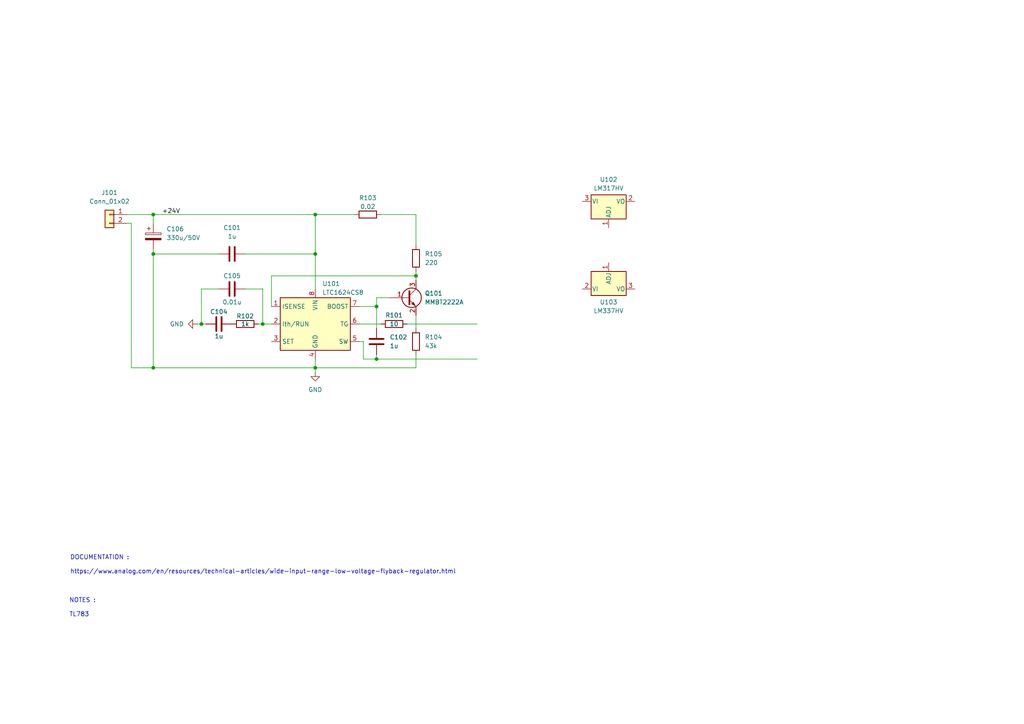
<source format=kicad_sch>
(kicad_sch (version 20231120) (generator "eeschema") (generator_version "8.0")
  (paper "A4")
  (lib_symbols
    (symbol "Connector_Generic:Conn_01x02" (pin_names (offset 1.016) hide)
      (property "Reference" "J" (at 0 2.54 0))
      (property "Value" "Conn_01x02" (at 0 -5.08 0))
      (symbol "Conn_01x02_1_1"
        (rectangle (start -1.27 -2.413) (end 0 -2.667) (stroke (width 0.1524)))
        (rectangle (start -1.27 0.127) (end 0 -0.127) (stroke (width 0.1524)))
        (rectangle (start -1.27 1.27) (end 1.27 -3.81) (stroke (width 0.254)) (fill (type background)))
        (pin passive line (at -5.08 0 0) (length 3.81) (name "Pin_1") (number "1"))
        (pin passive line (at -5.08 -2.54 0) (length 3.81) (name "Pin_2") (number "2"))
      )
    )
    (symbol "Device:C" (pin_numbers hide) (pin_names (offset 0.254))
      (property "Reference" "C" (at 0.635 2.54 0))
      (property "Value" "C" (at 0.635 -2.54 0))
      (symbol "C_0_1"
        (polyline (pts (xy -2.032 -0.762) (xy 2.032 -0.762)) (stroke (width 0.508)))
        (polyline (pts (xy -2.032 0.762) (xy 2.032 0.762)) (stroke (width 0.508)))
      )
      (symbol "C_1_1"
        (pin passive line (at 0 3.81 270) (length 2.794) (name "~") (number "1"))
        (pin passive line (at 0 -3.81 90) (length 2.794) (name "~") (number "2"))
      )
    )
    (symbol "Device:C_Polarized" (pin_numbers hide) (pin_names (offset 0.254))
      (property "Reference" "C" (at 0.635 2.54 0))
      (property "Value" "C_Polarized" (at 0.635 -2.54 0))
      (symbol "C_Polarized_0_1"
        (rectangle (start -2.286 0.508) (end 2.286 1.016))
        (polyline (pts (xy -1.778 2.286) (xy -0.762 2.286)))
        (polyline (pts (xy -1.27 2.794) (xy -1.27 1.778)))
        (rectangle (start 2.286 -0.508) (end -2.286 -1.016) (fill (type outline)))
      )
      (symbol "C_Polarized_1_1"
        (pin passive line (at 0 3.81 270) (length 2.794) (name "~") (number "1"))
        (pin passive line (at 0 -3.81 90) (length 2.794) (name "~") (number "2"))
      )
    )
    (symbol "Device:R" (pin_numbers hide) (pin_names (offset 0))
      (property "Reference" "R" (at 2.032 0 90))
      (property "Value" "R" (at 0 0 90))
      (symbol "R_0_1"
        (rectangle (start -1.016 -2.54) (end 1.016 2.54) (stroke (width 0.254)))
      )
      (symbol "R_1_1"
        (pin passive line (at 0 3.81 270) (length 1.27) (name "~") (number "1"))
        (pin passive line (at 0 -3.81 90) (length 1.27) (name "~") (number "2"))
      )
    )
    (symbol "Regulator_Controller:LTC1624CS8"
      (property "Reference" "U" (at -8.89 8.89 0))
      (property "Value" "LTC1624CS8" (at 1.27 8.89 0))
      (symbol "LTC1624CS8_0_1"
        (rectangle (start -10.16 -7.62) (end 10.16 7.62) (stroke (width 0.254)) (fill (type background)))
      )
      (symbol "LTC1624CS8_1_1"
        (pin input line (at -12.7 5.08 0) (length 2.54) (name "ISENSE") (number "1"))
        (pin input line (at -12.7 0 0) (length 2.54) (name "Ith/RUN") (number "2"))
        (pin input line (at -12.7 -5.08 0) (length 2.54) (name "SET") (number "3"))
        (pin power_in line (at 0 -10.16 90) (length 2.54) (name "GND") (number "4"))
        (pin input line (at 12.7 -5.08 180) (length 2.54) (name "SW") (number "5"))
        (pin open_collector line (at 12.7 0 180) (length 2.54) (name "TG") (number "6"))
        (pin output line (at 12.7 5.08 180) (length 2.54) (name "BOOST") (number "7"))
        (pin power_in line (at 0 10.16 270) (length 2.54) (name "VIN") (number "8"))
      )
    )
    (symbol "Regulator_Linear:LM317_TO-220" (pin_names (offset 0.254))
      (property "Reference" "U" (at -3.81 3.175 0))
      (property "Value" "LM317_TO-220" (at 0 3.175 0))
      (symbol "LM317_TO-220_0_1"
        (rectangle (start -5.08 1.905) (end 5.08 -5.08) (stroke (width 0.254)) (fill (type background)))
      )
      (symbol "LM317_TO-220_1_1"
        (pin input line (at 0 -7.62 90) (length 2.54) (name "ADJ") (number "1"))
        (pin power_out line (at 7.62 0 180) (length 2.54) (name "VO") (number "2"))
        (pin power_in line (at -7.62 0 0) (length 2.54) (name "VI") (number "3"))
      )
    )
    (symbol "Regulator_Linear:LM337_TO220" (pin_names (offset 0.254))
      (property "Reference" "U" (at -3.81 -3.175 0))
      (property "Value" "LM337_TO220" (at 0 -3.175 0))
      (symbol "LM337_TO220_0_1"
        (rectangle (start -5.08 5.08) (end 5.08 -1.905) (stroke (width 0.254)) (fill (type background)))
      )
      (symbol "LM337_TO220_1_1"
        (pin input line (at 0 7.62 270) (length 2.54) (name "ADJ") (number "1"))
        (pin power_in line (at -7.62 0 0) (length 2.54) (name "VI") (number "2"))
        (pin power_out line (at 7.62 0 180) (length 2.54) (name "VO") (number "3"))
      )
    )
    (symbol "Transistor_BJT:MMBT2222A" (pin_names (offset 0) hide)
      (property "Reference" "Q" (at 5.08 1.905 0))
      (property "Value" "MMBT2222A" (at 5.08 0 0))
      (symbol "MMBT2222A_0_1"
        (polyline (pts (xy 0.635 0.635) (xy 2.54 2.54)))
        (polyline (pts (xy 0.635 -0.635) (xy 2.54 -2.54) (xy 2.54 -2.54)))
        (polyline (pts (xy 0.635 1.905) (xy 0.635 -1.905) (xy 0.635 -1.905)) (stroke (width 0.508)))
        (polyline (pts (xy 1.27 -1.778) (xy 1.778 -1.27) (xy 2.286 -2.286) (xy 1.27 -1.778) (xy 1.27 -1.778)) (fill (type outline)))
        (circle (center 1.27 0) (radius 2.8194) (stroke (width 0.254)))
      )
      (symbol "MMBT2222A_1_1"
        (pin input line (at -5.08 0 0) (length 5.715) (name "B") (number "1"))
        (pin passive line (at 2.54 -5.08 90) (length 2.54) (name "E") (number "2"))
        (pin passive line (at 2.54 5.08 270) (length 2.54) (name "C") (number "3"))
      )
    )
    (symbol "power:GND" (power) (pin_numbers hide) (pin_names (offset 0) hide)
      (property "Value" "GND" (at 0 -3.81 0))
      (symbol "GND_0_1"
        (polyline (pts (xy 0 0) (xy 0 -1.27) (xy 1.27 -1.27) (xy 0 -2.54) (xy -1.27 -1.27) (xy 0 -1.27)))
      )
      (symbol "GND_1_1"
        (pin power_in line (at 0 0 270) (length 0) (name "~") (number "1"))
      )
    )
  )
  (junction (at 109.22 104.14))
  (junction (at 91.44 73.66))
  (junction (at 91.44 62.23))
  (junction (at 91.44 106.68))
  (junction (at 44.45 62.23))
  (junction (at 109.22 88.9))
  (junction (at 44.45 106.68))
  (junction (at 58.42 93.98))
  (junction (at 76.2 93.98))
  (junction (at 44.45 73.66))
  (junction (at 120.65 80.01))
  (wire (pts (xy 109.22 86.36) (xy 113.03 86.36)))
  (wire (pts (xy 104.14 93.98) (xy 110.49 93.98)))
  (wire (pts (xy 120.65 102.87) (xy 120.65 106.68)))
  (wire (pts (xy 118.11 93.98) (xy 138.43 93.98)))
  (wire (pts (xy 44.45 64.77) (xy 44.45 62.23)))
  (wire (pts (xy 120.65 62.23) (xy 110.49 62.23)))
  (wire (pts (xy 71.12 83.82) (xy 76.2 83.82)))
  (wire (pts (xy 63.5 83.82) (xy 58.42 83.82)))
  (wire (pts (xy 74.93 93.98) (xy 76.2 93.98)))
  (wire (pts (xy 120.65 91.44) (xy 120.65 95.25)))
  (wire (pts (xy 109.22 95.25) (xy 109.22 88.9)))
  (wire (pts (xy 109.22 104.14) (xy 109.22 102.87)))
  (wire (pts (xy 120.65 106.68) (xy 91.44 106.68)))
  (wire (pts (xy 109.22 88.9) (xy 104.14 88.9)))
  (wire (pts (xy 102.87 62.23) (xy 91.44 62.23)))
  (wire (pts (xy 105.41 99.06) (xy 105.41 104.14)))
  (wire (pts (xy 91.44 62.23) (xy 91.44 73.66)))
  (wire (pts (xy 78.74 80.01) (xy 120.65 80.01)))
  (wire (pts (xy 91.44 106.68) (xy 91.44 104.14)))
  (wire (pts (xy 78.74 88.9) (xy 78.74 80.01)))
  (wire (pts (xy 71.12 73.66) (xy 91.44 73.66)))
  (wire (pts (xy 36.83 62.23) (xy 44.45 62.23)))
  (wire (pts (xy 120.65 81.28) (xy 120.65 80.01)))
  (wire (pts (xy 120.65 78.74) (xy 120.65 80.01)))
  (wire (pts (xy 38.1 64.77) (xy 38.1 106.68)))
  (wire (pts (xy 76.2 83.82) (xy 76.2 93.98)))
  (wire (pts (xy 76.2 93.98) (xy 78.74 93.98)))
  (wire (pts (xy 57.15 93.98) (xy 58.42 93.98)))
  (wire (pts (xy 120.65 71.12) (xy 120.65 62.23)))
  (wire (pts (xy 91.44 106.68) (xy 91.44 107.95)))
  (wire (pts (xy 58.42 83.82) (xy 58.42 93.98)))
  (wire (pts (xy 44.45 106.68) (xy 91.44 106.68)))
  (wire (pts (xy 44.45 73.66) (xy 44.45 106.68)))
  (wire (pts (xy 63.5 73.66) (xy 44.45 73.66)))
  (wire (pts (xy 104.14 99.06) (xy 105.41 99.06)))
  (wire (pts (xy 105.41 104.14) (xy 109.22 104.14)))
  (wire (pts (xy 58.42 93.98) (xy 59.69 93.98)))
  (wire (pts (xy 36.83 64.77) (xy 38.1 64.77)))
  (wire (pts (xy 109.22 86.36) (xy 109.22 88.9)))
  (wire (pts (xy 109.22 104.14) (xy 138.43 104.14)))
  (wire (pts (xy 38.1 106.68) (xy 44.45 106.68)))
  (wire (pts (xy 44.45 73.66) (xy 44.45 72.39)))
  (wire (pts (xy 44.45 62.23) (xy 91.44 62.23)))
  (wire (pts (xy 91.44 73.66) (xy 91.44 83.82)))
  (text "DOCUMENTATION :\n\nhttps://www.analog.com/en/resources/technical-articles/wide-input-range-low-voltage-flyback-regulator.html" (at 20.32 163.83 0) (effects (font (size 1.27 1.27)) (justify left)))
  (text "NOTES : \n\nTL783" (at 20.066 176.276 0) (effects (font (size 1.27 1.27)) (justify left)))
  (label "+24V" (at 46.99 62.23 0))
  (symbol (lib_id "Device:C") (at 67.31 83.82 90) (unit 1)
    (property "Reference" "C105" (at 67.31 80.01 90))
    (property "Value" "0.01u" (at 67.31 87.63 90))
    (property "Description" "Unpolarized capacitor" (effects (hide yes)))
  )
  (symbol (lib_id "Device:C") (at 109.22 99.06 0) (unit 1)
    (property "Reference" "C102" (at 113.03 97.7899 0) (effects (justify left)))
    (property "Value" "1u" (at 113.03 100.3299 0) (effects (justify left)))
    (property "Description" "Unpolarized capacitor" (effects (hide yes)))
  )
  (symbol (lib_id "power:GND") (at 57.15 93.98 270) (unit 1)
    (property "Reference" "#PWR0102" (effects (hide yes)))
    (property "Value" "GND" (at 53.34 93.9799 90) (effects (justify right)))
    (property "Description" "Power symbol creates a global label with name \"GND\" , ground" (effects (hide yes)))
  )
  (symbol (lib_id "power:GND") (at 91.44 107.95 0) (unit 1)
    (property "Reference" "#PWR0101" (effects (hide yes)))
    (property "Value" "GND" (at 91.44 113.03 0))
    (property "Description" "Power symbol creates a global label with name \"GND\" , ground" (effects (hide yes)))
  )
  (symbol (lib_id "Transistor_BJT:MMBT2222A") (at 118.11 86.36 0) (unit 1)
    (property "Reference" "Q101" (at 123.19 85.0899 0) (effects (justify left)))
    (property "Value" "MMBT2222A" (at 123.19 87.6299 0) (effects (justify left)))
    (property "Footprint" "Package_TO_SOT_SMD:SOT-23" (effects (hide yes)))
    (property "Datasheet" "https://assets.nexperia.com/documents/data-sheet/MMBT2222A.pdf" (effects (hide yes)))
    (property "Description" "600mA Ic, 40V Vce, NPN Transistor, SOT-23" (effects (hide yes)))
  )
  (symbol (lib_id "Regulator_Linear:LM337_TO220") (at 176.53 83.82 0) (unit 1)
    (property "Reference" "U103" (at 176.53 87.63 0))
    (property "Value" "LM337HV" (at 176.53 90.17 0))
    (property "Footprint" "Package_TO_SOT_THT:TO-220-3_Vertical" (effects (hide yes)))
    (property "Datasheet" "http://www.ti.com/lit/ds/symlink/lm337-n.pdf" (effects (hide yes)))
    (property "Description" "Negative 1.5A 60V Adjustable Linear Regulator, TO-220" (effects (hide yes)))
  )
  (symbol (lib_id "Device:R") (at 120.65 99.06 0) (unit 1)
    (property "Reference" "R104" (at 123.19 97.7899 0) (effects (justify left)))
    (property "Value" "43k" (at 123.19 100.3299 0) (effects (justify left)))
    (property "Description" "Resistor" (effects (hide yes)))
  )
  (symbol (lib_id "Device:R") (at 114.3 93.98 90) (unit 1)
    (property "Reference" "R101" (at 114.3 91.44 90))
    (property "Value" "10" (at 114.3 93.98 90))
    (property "Description" "Resistor" (effects (hide yes)))
  )
  (symbol (lib_id "Device:C_Polarized") (at 44.45 68.58 0) (unit 1)
    (property "Reference" "C106" (at 48.26 66.4209 0) (effects (justify left)))
    (property "Value" "330u/50V" (at 48.26 68.9609 0) (effects (justify left)))
    (property "Description" "Polarized capacitor" (effects (hide yes)))
  )
  (symbol (lib_id "Connector_Generic:Conn_01x02") (at 31.75 62.23 0) (mirror y) (unit 1)
    (property "Reference" "J101" (at 31.75 55.88 0))
    (property "Value" "Conn_01x02" (at 31.75 58.42 0))
    (property "Description" "Generic connector, single row, 01x02, script generated (kicad-library-utils/schlib/autogen/connector/)" (effects (hide yes)))
  )
  (symbol (lib_id "Device:C") (at 67.31 73.66 90) (unit 1)
    (property "Reference" "C101" (at 67.31 66.04 90))
    (property "Value" "1u" (at 67.31 68.58 90))
    (property "Description" "Unpolarized capacitor" (effects (hide yes)))
  )
  (symbol (lib_id "Regulator_Controller:LTC1624CS8") (at 91.44 93.98 0) (unit 1)
    (property "Reference" "U101" (at 93.472 82.296 0) (effects (justify left)))
    (property "Value" "LTC1624CS8" (at 93.472 84.836 0) (effects (justify left)))
    (property "Footprint" "Package_SO:SOIC-8_3.9x4.9mm_P1.27mm" (effects (hide yes)))
    (property "Datasheet" "https://www.analog.com/media/en/technical-documentation/data-sheets/1624f.pdf" (effects (hide yes)))
    (property "Description" "High Efficiency N-Channel Switching Regulator Controller, SOIC-8" (effects (hide yes)))
  )
  (symbol (lib_id "Device:R") (at 106.68 62.23 90) (unit 1)
    (property "Reference" "R103" (at 106.68 57.404 90))
    (property "Value" "0.02" (at 106.68 59.944 90))
    (property "Description" "Resistor" (effects (hide yes)))
  )
  (symbol (lib_id "Device:R") (at 120.65 74.93 0) (unit 1)
    (property "Reference" "R105" (at 123.19 73.6599 0) (effects (justify left)))
    (property "Value" "220" (at 123.19 76.1999 0) (effects (justify left)))
    (property "Description" "Resistor" (effects (hide yes)))
  )
  (symbol (lib_id "Device:R") (at 71.12 93.98 90) (unit 1)
    (property "Reference" "R102" (at 71.12 91.694 90))
    (property "Value" "1k" (at 71.12 93.98 90))
    (property "Description" "Resistor" (effects (hide yes)))
  )
  (symbol (lib_id "Device:C") (at 63.5 93.98 90) (unit 1)
    (property "Reference" "C104" (at 63.5 90.424 90))
    (property "Value" "1u" (at 63.5 97.536 90))
    (property "Description" "Unpolarized capacitor" (effects (hide yes)))
  )
  (symbol (lib_id "Regulator_Linear:LM317_TO-220") (at 176.53 58.42 0) (unit 1)
    (property "Reference" "U102" (at 176.53 52.07 0))
    (property "Value" "LM317HV" (at 176.53 54.61 0))
    (property "Footprint" "Package_TO_SOT_THT:TO-220-3_Vertical" (effects (hide yes)))
    (property "Datasheet" "http://www.ti.com/lit/ds/symlink/lm317.pdf" (effects (hide yes)))
    (property "Description" "1.5A 60V Adjustable Linear Regulator, TO-220" (effects (hide yes)))
  )
)
</source>
